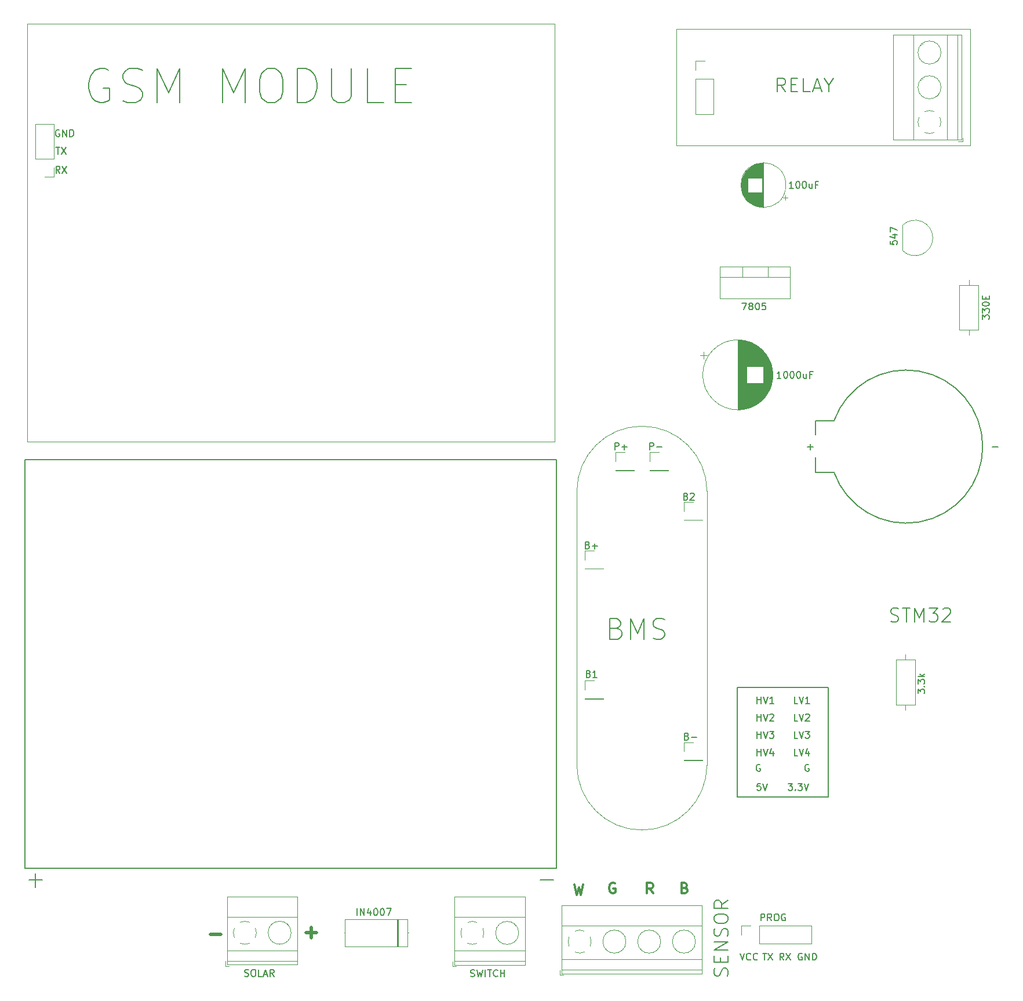
<source format=gbr>
G04 #@! TF.GenerationSoftware,KiCad,Pcbnew,(6.0.7)*
G04 #@! TF.CreationDate,2022-09-25T13:17:08+05:30*
G04 #@! TF.ProjectId,OstronElectronicsStack,4f737472-6f6e-4456-9c65-6374726f6e69,1.0*
G04 #@! TF.SameCoordinates,Original*
G04 #@! TF.FileFunction,Legend,Top*
G04 #@! TF.FilePolarity,Positive*
%FSLAX46Y46*%
G04 Gerber Fmt 4.6, Leading zero omitted, Abs format (unit mm)*
G04 Created by KiCad (PCBNEW (6.0.7)) date 2022-09-25 13:17:08*
%MOMM*%
%LPD*%
G01*
G04 APERTURE LIST*
%ADD10C,0.120000*%
%ADD11C,0.150000*%
%ADD12C,0.300000*%
%ADD13C,0.500000*%
%ADD14C,0.200000*%
%ADD15C,0.127000*%
G04 APERTURE END LIST*
D10*
X117010000Y-54060000D02*
X160010000Y-54060000D01*
X99260000Y-36310000D02*
X99260000Y-97310000D01*
X22260000Y-36310000D02*
X99260000Y-36310000D01*
X121510000Y-104560000D02*
G75*
G03*
X102510000Y-104560000I-9500000J0D01*
G01*
X121510000Y-107560000D02*
X121510000Y-144560000D01*
X117010000Y-37060000D02*
X160010000Y-37060000D01*
X121510000Y-107560000D02*
X121510000Y-104560000D01*
X22260000Y-97310000D02*
X99260000Y-97310000D01*
X160010000Y-37060000D02*
X160010000Y-54060000D01*
X102510000Y-144560000D02*
X102510000Y-104560000D01*
X102510000Y-144560000D02*
G75*
G03*
X121510000Y-144560000I9500000J0D01*
G01*
X22260000Y-36310000D02*
X22260000Y-97310000D01*
X117010000Y-37060000D02*
X117010000Y-54060000D01*
D11*
X118451238Y-105320571D02*
X118594095Y-105368190D01*
X118641714Y-105415809D01*
X118689333Y-105511047D01*
X118689333Y-105653904D01*
X118641714Y-105749142D01*
X118594095Y-105796761D01*
X118498857Y-105844380D01*
X118117904Y-105844380D01*
X118117904Y-104844380D01*
X118451238Y-104844380D01*
X118546476Y-104892000D01*
X118594095Y-104939619D01*
X118641714Y-105034857D01*
X118641714Y-105130095D01*
X118594095Y-105225333D01*
X118546476Y-105272952D01*
X118451238Y-105320571D01*
X118117904Y-105320571D01*
X119070285Y-104939619D02*
X119117904Y-104892000D01*
X119213142Y-104844380D01*
X119451238Y-104844380D01*
X119546476Y-104892000D01*
X119594095Y-104939619D01*
X119641714Y-105034857D01*
X119641714Y-105130095D01*
X119594095Y-105272952D01*
X119022666Y-105844380D01*
X119641714Y-105844380D01*
X26908095Y-51806000D02*
X26812857Y-51758380D01*
X26670000Y-51758380D01*
X26527142Y-51806000D01*
X26431904Y-51901238D01*
X26384285Y-51996476D01*
X26336666Y-52186952D01*
X26336666Y-52329809D01*
X26384285Y-52520285D01*
X26431904Y-52615523D01*
X26527142Y-52710761D01*
X26670000Y-52758380D01*
X26765238Y-52758380D01*
X26908095Y-52710761D01*
X26955714Y-52663142D01*
X26955714Y-52329809D01*
X26765238Y-52329809D01*
X27384285Y-52758380D02*
X27384285Y-51758380D01*
X27955714Y-52758380D01*
X27955714Y-51758380D01*
X28431904Y-52758380D02*
X28431904Y-51758380D01*
X28670000Y-51758380D01*
X28812857Y-51806000D01*
X28908095Y-51901238D01*
X28955714Y-51996476D01*
X29003333Y-52186952D01*
X29003333Y-52329809D01*
X28955714Y-52520285D01*
X28908095Y-52615523D01*
X28812857Y-52710761D01*
X28670000Y-52758380D01*
X28431904Y-52758380D01*
X104227238Y-131228571D02*
X104370095Y-131276190D01*
X104417714Y-131323809D01*
X104465333Y-131419047D01*
X104465333Y-131561904D01*
X104417714Y-131657142D01*
X104370095Y-131704761D01*
X104274857Y-131752380D01*
X103893904Y-131752380D01*
X103893904Y-130752380D01*
X104227238Y-130752380D01*
X104322476Y-130800000D01*
X104370095Y-130847619D01*
X104417714Y-130942857D01*
X104417714Y-131038095D01*
X104370095Y-131133333D01*
X104322476Y-131180952D01*
X104227238Y-131228571D01*
X103893904Y-131228571D01*
X105417714Y-131752380D02*
X104846285Y-131752380D01*
X105132000Y-131752380D02*
X105132000Y-130752380D01*
X105036761Y-130895238D01*
X104941523Y-130990476D01*
X104846285Y-131038095D01*
D12*
X102157142Y-162028571D02*
X102514285Y-163528571D01*
X102800000Y-162457142D01*
X103085714Y-163528571D01*
X103442857Y-162028571D01*
D13*
X62976095Y-169034857D02*
X64499904Y-169034857D01*
X63738000Y-169796761D02*
X63738000Y-168272952D01*
D11*
X129374285Y-167302380D02*
X129374285Y-166302380D01*
X129755238Y-166302380D01*
X129850476Y-166350000D01*
X129898095Y-166397619D01*
X129945714Y-166492857D01*
X129945714Y-166635714D01*
X129898095Y-166730952D01*
X129850476Y-166778571D01*
X129755238Y-166826190D01*
X129374285Y-166826190D01*
X130945714Y-167302380D02*
X130612380Y-166826190D01*
X130374285Y-167302380D02*
X130374285Y-166302380D01*
X130755238Y-166302380D01*
X130850476Y-166350000D01*
X130898095Y-166397619D01*
X130945714Y-166492857D01*
X130945714Y-166635714D01*
X130898095Y-166730952D01*
X130850476Y-166778571D01*
X130755238Y-166826190D01*
X130374285Y-166826190D01*
X131564761Y-166302380D02*
X131755238Y-166302380D01*
X131850476Y-166350000D01*
X131945714Y-166445238D01*
X131993333Y-166635714D01*
X131993333Y-166969047D01*
X131945714Y-167159523D01*
X131850476Y-167254761D01*
X131755238Y-167302380D01*
X131564761Y-167302380D01*
X131469523Y-167254761D01*
X131374285Y-167159523D01*
X131326666Y-166969047D01*
X131326666Y-166635714D01*
X131374285Y-166445238D01*
X131469523Y-166350000D01*
X131564761Y-166302380D01*
X132945714Y-166350000D02*
X132850476Y-166302380D01*
X132707619Y-166302380D01*
X132564761Y-166350000D01*
X132469523Y-166445238D01*
X132421904Y-166540476D01*
X132374285Y-166730952D01*
X132374285Y-166873809D01*
X132421904Y-167064285D01*
X132469523Y-167159523D01*
X132564761Y-167254761D01*
X132707619Y-167302380D01*
X132802857Y-167302380D01*
X132945714Y-167254761D01*
X132993333Y-167207142D01*
X132993333Y-166873809D01*
X132802857Y-166873809D01*
X104084380Y-112432571D02*
X104227238Y-112480190D01*
X104274857Y-112527809D01*
X104322476Y-112623047D01*
X104322476Y-112765904D01*
X104274857Y-112861142D01*
X104227238Y-112908761D01*
X104132000Y-112956380D01*
X103751047Y-112956380D01*
X103751047Y-111956380D01*
X104084380Y-111956380D01*
X104179619Y-112004000D01*
X104227238Y-112051619D01*
X104274857Y-112146857D01*
X104274857Y-112242095D01*
X104227238Y-112337333D01*
X104179619Y-112384952D01*
X104084380Y-112432571D01*
X103751047Y-112432571D01*
X104751047Y-112575428D02*
X105512952Y-112575428D01*
X105132000Y-112956380D02*
X105132000Y-112194476D01*
X34045714Y-43060000D02*
X33569523Y-42821904D01*
X32855238Y-42821904D01*
X32140952Y-43060000D01*
X31664761Y-43536190D01*
X31426666Y-44012380D01*
X31188571Y-44964761D01*
X31188571Y-45679047D01*
X31426666Y-46631428D01*
X31664761Y-47107619D01*
X32140952Y-47583809D01*
X32855238Y-47821904D01*
X33331428Y-47821904D01*
X34045714Y-47583809D01*
X34283809Y-47345714D01*
X34283809Y-45679047D01*
X33331428Y-45679047D01*
X36188571Y-47583809D02*
X36902857Y-47821904D01*
X38093333Y-47821904D01*
X38569523Y-47583809D01*
X38807619Y-47345714D01*
X39045714Y-46869523D01*
X39045714Y-46393333D01*
X38807619Y-45917142D01*
X38569523Y-45679047D01*
X38093333Y-45440952D01*
X37140952Y-45202857D01*
X36664761Y-44964761D01*
X36426666Y-44726666D01*
X36188571Y-44250476D01*
X36188571Y-43774285D01*
X36426666Y-43298095D01*
X36664761Y-43060000D01*
X37140952Y-42821904D01*
X38331428Y-42821904D01*
X39045714Y-43060000D01*
X41188571Y-47821904D02*
X41188571Y-42821904D01*
X42855238Y-46393333D01*
X44521904Y-42821904D01*
X44521904Y-47821904D01*
X50712380Y-47821904D02*
X50712380Y-42821904D01*
X52379047Y-46393333D01*
X54045714Y-42821904D01*
X54045714Y-47821904D01*
X57379047Y-42821904D02*
X58331428Y-42821904D01*
X58807619Y-43060000D01*
X59283809Y-43536190D01*
X59521904Y-44488571D01*
X59521904Y-46155238D01*
X59283809Y-47107619D01*
X58807619Y-47583809D01*
X58331428Y-47821904D01*
X57379047Y-47821904D01*
X56902857Y-47583809D01*
X56426666Y-47107619D01*
X56188571Y-46155238D01*
X56188571Y-44488571D01*
X56426666Y-43536190D01*
X56902857Y-43060000D01*
X57379047Y-42821904D01*
X61664761Y-47821904D02*
X61664761Y-42821904D01*
X62855238Y-42821904D01*
X63569523Y-43060000D01*
X64045714Y-43536190D01*
X64283809Y-44012380D01*
X64521904Y-44964761D01*
X64521904Y-45679047D01*
X64283809Y-46631428D01*
X64045714Y-47107619D01*
X63569523Y-47583809D01*
X62855238Y-47821904D01*
X61664761Y-47821904D01*
X66664761Y-42821904D02*
X66664761Y-46869523D01*
X66902857Y-47345714D01*
X67140952Y-47583809D01*
X67617142Y-47821904D01*
X68569523Y-47821904D01*
X69045714Y-47583809D01*
X69283809Y-47345714D01*
X69521904Y-46869523D01*
X69521904Y-42821904D01*
X74283809Y-47821904D02*
X71902857Y-47821904D01*
X71902857Y-42821904D01*
X75950476Y-45202857D02*
X77617142Y-45202857D01*
X78331428Y-47821904D02*
X75950476Y-47821904D01*
X75950476Y-42821904D01*
X78331428Y-42821904D01*
X148280380Y-68006285D02*
X148280380Y-68482476D01*
X148756571Y-68530095D01*
X148708952Y-68482476D01*
X148661333Y-68387238D01*
X148661333Y-68149142D01*
X148708952Y-68053904D01*
X148756571Y-68006285D01*
X148851809Y-67958666D01*
X149089904Y-67958666D01*
X149185142Y-68006285D01*
X149232761Y-68053904D01*
X149280380Y-68149142D01*
X149280380Y-68387238D01*
X149232761Y-68482476D01*
X149185142Y-68530095D01*
X148613714Y-67101523D02*
X149280380Y-67101523D01*
X148232761Y-67339619D02*
X148947047Y-67577714D01*
X148947047Y-66958666D01*
X148280380Y-66672952D02*
X148280380Y-66006285D01*
X149280380Y-66434857D01*
X126326666Y-172052380D02*
X126660000Y-173052380D01*
X126993333Y-172052380D01*
X127898095Y-172957142D02*
X127850476Y-173004761D01*
X127707619Y-173052380D01*
X127612380Y-173052380D01*
X127469523Y-173004761D01*
X127374285Y-172909523D01*
X127326666Y-172814285D01*
X127279047Y-172623809D01*
X127279047Y-172480952D01*
X127326666Y-172290476D01*
X127374285Y-172195238D01*
X127469523Y-172100000D01*
X127612380Y-172052380D01*
X127707619Y-172052380D01*
X127850476Y-172100000D01*
X127898095Y-172147619D01*
X128898095Y-172957142D02*
X128850476Y-173004761D01*
X128707619Y-173052380D01*
X128612380Y-173052380D01*
X128469523Y-173004761D01*
X128374285Y-172909523D01*
X128326666Y-172814285D01*
X128279047Y-172623809D01*
X128279047Y-172480952D01*
X128326666Y-172290476D01*
X128374285Y-172195238D01*
X128469523Y-172100000D01*
X128612380Y-172052380D01*
X128707619Y-172052380D01*
X128850476Y-172100000D01*
X128898095Y-172147619D01*
X108069047Y-98478380D02*
X108069047Y-97478380D01*
X108450000Y-97478380D01*
X108545238Y-97526000D01*
X108592857Y-97573619D01*
X108640476Y-97668857D01*
X108640476Y-97811714D01*
X108592857Y-97906952D01*
X108545238Y-97954571D01*
X108450000Y-98002190D01*
X108069047Y-98002190D01*
X109069047Y-98097428D02*
X109830952Y-98097428D01*
X109450000Y-98478380D02*
X109450000Y-97716476D01*
X134770761Y-143182380D02*
X134294571Y-143182380D01*
X134294571Y-142182380D01*
X134961238Y-142182380D02*
X135294571Y-143182380D01*
X135627904Y-142182380D01*
X136389809Y-142515714D02*
X136389809Y-143182380D01*
X136151714Y-142134761D02*
X135913619Y-142849047D01*
X136532666Y-142849047D01*
D13*
X49006095Y-169288857D02*
X50529904Y-169288857D01*
D11*
X134770761Y-138102380D02*
X134294571Y-138102380D01*
X134294571Y-137102380D01*
X134961238Y-137102380D02*
X135294571Y-138102380D01*
X135627904Y-137102380D01*
X135913619Y-137197619D02*
X135961238Y-137150000D01*
X136056476Y-137102380D01*
X136294571Y-137102380D01*
X136389809Y-137150000D01*
X136437428Y-137197619D01*
X136485047Y-137292857D01*
X136485047Y-137388095D01*
X136437428Y-137530952D01*
X135866000Y-138102380D01*
X136485047Y-138102380D01*
D12*
X118267142Y-162492857D02*
X118481428Y-162564285D01*
X118552857Y-162635714D01*
X118624285Y-162778571D01*
X118624285Y-162992857D01*
X118552857Y-163135714D01*
X118481428Y-163207142D01*
X118338571Y-163278571D01*
X117767142Y-163278571D01*
X117767142Y-161778571D01*
X118267142Y-161778571D01*
X118410000Y-161850000D01*
X118481428Y-161921428D01*
X118552857Y-162064285D01*
X118552857Y-162207142D01*
X118481428Y-162350000D01*
X118410000Y-162421428D01*
X118267142Y-162492857D01*
X117767142Y-162492857D01*
D11*
X132326190Y-88064380D02*
X131754761Y-88064380D01*
X132040476Y-88064380D02*
X132040476Y-87064380D01*
X131945238Y-87207238D01*
X131850000Y-87302476D01*
X131754761Y-87350095D01*
X132945238Y-87064380D02*
X133040476Y-87064380D01*
X133135714Y-87112000D01*
X133183333Y-87159619D01*
X133230952Y-87254857D01*
X133278571Y-87445333D01*
X133278571Y-87683428D01*
X133230952Y-87873904D01*
X133183333Y-87969142D01*
X133135714Y-88016761D01*
X133040476Y-88064380D01*
X132945238Y-88064380D01*
X132850000Y-88016761D01*
X132802380Y-87969142D01*
X132754761Y-87873904D01*
X132707142Y-87683428D01*
X132707142Y-87445333D01*
X132754761Y-87254857D01*
X132802380Y-87159619D01*
X132850000Y-87112000D01*
X132945238Y-87064380D01*
X133897619Y-87064380D02*
X133992857Y-87064380D01*
X134088095Y-87112000D01*
X134135714Y-87159619D01*
X134183333Y-87254857D01*
X134230952Y-87445333D01*
X134230952Y-87683428D01*
X134183333Y-87873904D01*
X134135714Y-87969142D01*
X134088095Y-88016761D01*
X133992857Y-88064380D01*
X133897619Y-88064380D01*
X133802380Y-88016761D01*
X133754761Y-87969142D01*
X133707142Y-87873904D01*
X133659523Y-87683428D01*
X133659523Y-87445333D01*
X133707142Y-87254857D01*
X133754761Y-87159619D01*
X133802380Y-87112000D01*
X133897619Y-87064380D01*
X134850000Y-87064380D02*
X134945238Y-87064380D01*
X135040476Y-87112000D01*
X135088095Y-87159619D01*
X135135714Y-87254857D01*
X135183333Y-87445333D01*
X135183333Y-87683428D01*
X135135714Y-87873904D01*
X135088095Y-87969142D01*
X135040476Y-88016761D01*
X134945238Y-88064380D01*
X134850000Y-88064380D01*
X134754761Y-88016761D01*
X134707142Y-87969142D01*
X134659523Y-87873904D01*
X134611904Y-87683428D01*
X134611904Y-87445333D01*
X134659523Y-87254857D01*
X134707142Y-87159619D01*
X134754761Y-87112000D01*
X134850000Y-87064380D01*
X136040476Y-87397714D02*
X136040476Y-88064380D01*
X135611904Y-87397714D02*
X135611904Y-87921523D01*
X135659523Y-88016761D01*
X135754761Y-88064380D01*
X135897619Y-88064380D01*
X135992857Y-88016761D01*
X136040476Y-87969142D01*
X136850000Y-87540571D02*
X136516666Y-87540571D01*
X136516666Y-88064380D02*
X136516666Y-87064380D01*
X136992857Y-87064380D01*
X135398095Y-172100000D02*
X135302857Y-172052380D01*
X135160000Y-172052380D01*
X135017142Y-172100000D01*
X134921904Y-172195238D01*
X134874285Y-172290476D01*
X134826666Y-172480952D01*
X134826666Y-172623809D01*
X134874285Y-172814285D01*
X134921904Y-172909523D01*
X135017142Y-173004761D01*
X135160000Y-173052380D01*
X135255238Y-173052380D01*
X135398095Y-173004761D01*
X135445714Y-172957142D01*
X135445714Y-172623809D01*
X135255238Y-172623809D01*
X135874285Y-173052380D02*
X135874285Y-172052380D01*
X136445714Y-173052380D01*
X136445714Y-172052380D01*
X136921904Y-173052380D02*
X136921904Y-172052380D01*
X137160000Y-172052380D01*
X137302857Y-172100000D01*
X137398095Y-172195238D01*
X137445714Y-172290476D01*
X137493333Y-172480952D01*
X137493333Y-172623809D01*
X137445714Y-172814285D01*
X137398095Y-172909523D01*
X137302857Y-173004761D01*
X137160000Y-173052380D01*
X136921904Y-173052380D01*
X148339047Y-123549523D02*
X148624761Y-123644761D01*
X149100952Y-123644761D01*
X149291428Y-123549523D01*
X149386666Y-123454285D01*
X149481904Y-123263809D01*
X149481904Y-123073333D01*
X149386666Y-122882857D01*
X149291428Y-122787619D01*
X149100952Y-122692380D01*
X148720000Y-122597142D01*
X148529523Y-122501904D01*
X148434285Y-122406666D01*
X148339047Y-122216190D01*
X148339047Y-122025714D01*
X148434285Y-121835238D01*
X148529523Y-121740000D01*
X148720000Y-121644761D01*
X149196190Y-121644761D01*
X149481904Y-121740000D01*
X150053333Y-121644761D02*
X151196190Y-121644761D01*
X150624761Y-123644761D02*
X150624761Y-121644761D01*
X151862857Y-123644761D02*
X151862857Y-121644761D01*
X152529523Y-123073333D01*
X153196190Y-121644761D01*
X153196190Y-123644761D01*
X153958095Y-121644761D02*
X155196190Y-121644761D01*
X154529523Y-122406666D01*
X154815238Y-122406666D01*
X155005714Y-122501904D01*
X155100952Y-122597142D01*
X155196190Y-122787619D01*
X155196190Y-123263809D01*
X155100952Y-123454285D01*
X155005714Y-123549523D01*
X154815238Y-123644761D01*
X154243809Y-123644761D01*
X154053333Y-123549523D01*
X153958095Y-123454285D01*
X155958095Y-121835238D02*
X156053333Y-121740000D01*
X156243809Y-121644761D01*
X156720000Y-121644761D01*
X156910476Y-121740000D01*
X157005714Y-121835238D01*
X157100952Y-122025714D01*
X157100952Y-122216190D01*
X157005714Y-122501904D01*
X155862857Y-123644761D01*
X157100952Y-123644761D01*
X134112380Y-60302380D02*
X133540952Y-60302380D01*
X133826666Y-60302380D02*
X133826666Y-59302380D01*
X133731428Y-59445238D01*
X133636190Y-59540476D01*
X133540952Y-59588095D01*
X134731428Y-59302380D02*
X134826666Y-59302380D01*
X134921904Y-59350000D01*
X134969523Y-59397619D01*
X135017142Y-59492857D01*
X135064761Y-59683333D01*
X135064761Y-59921428D01*
X135017142Y-60111904D01*
X134969523Y-60207142D01*
X134921904Y-60254761D01*
X134826666Y-60302380D01*
X134731428Y-60302380D01*
X134636190Y-60254761D01*
X134588571Y-60207142D01*
X134540952Y-60111904D01*
X134493333Y-59921428D01*
X134493333Y-59683333D01*
X134540952Y-59492857D01*
X134588571Y-59397619D01*
X134636190Y-59350000D01*
X134731428Y-59302380D01*
X135683809Y-59302380D02*
X135779047Y-59302380D01*
X135874285Y-59350000D01*
X135921904Y-59397619D01*
X135969523Y-59492857D01*
X136017142Y-59683333D01*
X136017142Y-59921428D01*
X135969523Y-60111904D01*
X135921904Y-60207142D01*
X135874285Y-60254761D01*
X135779047Y-60302380D01*
X135683809Y-60302380D01*
X135588571Y-60254761D01*
X135540952Y-60207142D01*
X135493333Y-60111904D01*
X135445714Y-59921428D01*
X135445714Y-59683333D01*
X135493333Y-59492857D01*
X135540952Y-59397619D01*
X135588571Y-59350000D01*
X135683809Y-59302380D01*
X136874285Y-59635714D02*
X136874285Y-60302380D01*
X136445714Y-59635714D02*
X136445714Y-60159523D01*
X136493333Y-60254761D01*
X136588571Y-60302380D01*
X136731428Y-60302380D01*
X136826666Y-60254761D01*
X136874285Y-60207142D01*
X137683809Y-59778571D02*
X137350476Y-59778571D01*
X137350476Y-60302380D02*
X137350476Y-59302380D01*
X137826666Y-59302380D01*
X113149047Y-98478380D02*
X113149047Y-97478380D01*
X113530000Y-97478380D01*
X113625238Y-97526000D01*
X113672857Y-97573619D01*
X113720476Y-97668857D01*
X113720476Y-97811714D01*
X113672857Y-97906952D01*
X113625238Y-97954571D01*
X113530000Y-98002190D01*
X113149047Y-98002190D01*
X114149047Y-98097428D02*
X114910952Y-98097428D01*
X128841523Y-135562380D02*
X128841523Y-134562380D01*
X128841523Y-135038571D02*
X129412952Y-135038571D01*
X129412952Y-135562380D02*
X129412952Y-134562380D01*
X129746285Y-134562380D02*
X130079619Y-135562380D01*
X130412952Y-134562380D01*
X131270095Y-135562380D02*
X130698666Y-135562380D01*
X130984380Y-135562380D02*
X130984380Y-134562380D01*
X130889142Y-134705238D01*
X130793904Y-134800476D01*
X130698666Y-134848095D01*
X134770761Y-135562380D02*
X134294571Y-135562380D01*
X134294571Y-134562380D01*
X134961238Y-134562380D02*
X135294571Y-135562380D01*
X135627904Y-134562380D01*
X136485047Y-135562380D02*
X135913619Y-135562380D01*
X136199333Y-135562380D02*
X136199333Y-134562380D01*
X136104095Y-134705238D01*
X136008857Y-134800476D01*
X135913619Y-134848095D01*
X26400095Y-54298380D02*
X26971523Y-54298380D01*
X26685809Y-55298380D02*
X26685809Y-54298380D01*
X27209619Y-54298380D02*
X27876285Y-55298380D01*
X27876285Y-54298380D02*
X27209619Y-55298380D01*
X129333523Y-147262380D02*
X128857333Y-147262380D01*
X128809714Y-147738571D01*
X128857333Y-147690952D01*
X128952571Y-147643333D01*
X129190666Y-147643333D01*
X129285904Y-147690952D01*
X129333523Y-147738571D01*
X129381142Y-147833809D01*
X129381142Y-148071904D01*
X129333523Y-148167142D01*
X129285904Y-148214761D01*
X129190666Y-148262380D01*
X128952571Y-148262380D01*
X128857333Y-148214761D01*
X128809714Y-148167142D01*
X129666857Y-147262380D02*
X130000190Y-148262380D01*
X130333523Y-147262380D01*
X132743333Y-173052380D02*
X132410000Y-172576190D01*
X132171904Y-173052380D02*
X132171904Y-172052380D01*
X132552857Y-172052380D01*
X132648095Y-172100000D01*
X132695714Y-172147619D01*
X132743333Y-172242857D01*
X132743333Y-172385714D01*
X132695714Y-172480952D01*
X132648095Y-172528571D01*
X132552857Y-172576190D01*
X132171904Y-172576190D01*
X133076666Y-172052380D02*
X133743333Y-173052380D01*
X133743333Y-172052380D02*
X133076666Y-173052380D01*
X86980000Y-175424761D02*
X87122857Y-175472380D01*
X87360952Y-175472380D01*
X87456190Y-175424761D01*
X87503809Y-175377142D01*
X87551428Y-175281904D01*
X87551428Y-175186666D01*
X87503809Y-175091428D01*
X87456190Y-175043809D01*
X87360952Y-174996190D01*
X87170476Y-174948571D01*
X87075238Y-174900952D01*
X87027619Y-174853333D01*
X86980000Y-174758095D01*
X86980000Y-174662857D01*
X87027619Y-174567619D01*
X87075238Y-174520000D01*
X87170476Y-174472380D01*
X87408571Y-174472380D01*
X87551428Y-174520000D01*
X87884761Y-174472380D02*
X88122857Y-175472380D01*
X88313333Y-174758095D01*
X88503809Y-175472380D01*
X88741904Y-174472380D01*
X89122857Y-175472380D02*
X89122857Y-174472380D01*
X89456190Y-174472380D02*
X90027619Y-174472380D01*
X89741904Y-175472380D02*
X89741904Y-174472380D01*
X90932380Y-175377142D02*
X90884761Y-175424761D01*
X90741904Y-175472380D01*
X90646666Y-175472380D01*
X90503809Y-175424761D01*
X90408571Y-175329523D01*
X90360952Y-175234285D01*
X90313333Y-175043809D01*
X90313333Y-174900952D01*
X90360952Y-174710476D01*
X90408571Y-174615238D01*
X90503809Y-174520000D01*
X90646666Y-174472380D01*
X90741904Y-174472380D01*
X90884761Y-174520000D01*
X90932380Y-174567619D01*
X91360952Y-175472380D02*
X91360952Y-174472380D01*
X91360952Y-174948571D02*
X91932380Y-174948571D01*
X91932380Y-175472380D02*
X91932380Y-174472380D01*
X70401428Y-166512380D02*
X70401428Y-165512380D01*
X70877619Y-166512380D02*
X70877619Y-165512380D01*
X71449047Y-166512380D01*
X71449047Y-165512380D01*
X72353809Y-165845714D02*
X72353809Y-166512380D01*
X72115714Y-165464761D02*
X71877619Y-166179047D01*
X72496666Y-166179047D01*
X73068095Y-165512380D02*
X73163333Y-165512380D01*
X73258571Y-165560000D01*
X73306190Y-165607619D01*
X73353809Y-165702857D01*
X73401428Y-165893333D01*
X73401428Y-166131428D01*
X73353809Y-166321904D01*
X73306190Y-166417142D01*
X73258571Y-166464761D01*
X73163333Y-166512380D01*
X73068095Y-166512380D01*
X72972857Y-166464761D01*
X72925238Y-166417142D01*
X72877619Y-166321904D01*
X72830000Y-166131428D01*
X72830000Y-165893333D01*
X72877619Y-165702857D01*
X72925238Y-165607619D01*
X72972857Y-165560000D01*
X73068095Y-165512380D01*
X74020476Y-165512380D02*
X74115714Y-165512380D01*
X74210952Y-165560000D01*
X74258571Y-165607619D01*
X74306190Y-165702857D01*
X74353809Y-165893333D01*
X74353809Y-166131428D01*
X74306190Y-166321904D01*
X74258571Y-166417142D01*
X74210952Y-166464761D01*
X74115714Y-166512380D01*
X74020476Y-166512380D01*
X73925238Y-166464761D01*
X73877619Y-166417142D01*
X73830000Y-166321904D01*
X73782380Y-166131428D01*
X73782380Y-165893333D01*
X73830000Y-165702857D01*
X73877619Y-165607619D01*
X73925238Y-165560000D01*
X74020476Y-165512380D01*
X74687142Y-165512380D02*
X75353809Y-165512380D01*
X74925238Y-166512380D01*
X136389904Y-144516000D02*
X136294666Y-144468380D01*
X136151809Y-144468380D01*
X136008952Y-144516000D01*
X135913714Y-144611238D01*
X135866095Y-144706476D01*
X135818476Y-144896952D01*
X135818476Y-145039809D01*
X135866095Y-145230285D01*
X135913714Y-145325523D01*
X136008952Y-145420761D01*
X136151809Y-145468380D01*
X136247047Y-145468380D01*
X136389904Y-145420761D01*
X136437523Y-145373142D01*
X136437523Y-145039809D01*
X136247047Y-145039809D01*
X152312380Y-134112380D02*
X152312380Y-133493333D01*
X152693333Y-133826666D01*
X152693333Y-133683809D01*
X152740952Y-133588571D01*
X152788571Y-133540952D01*
X152883809Y-133493333D01*
X153121904Y-133493333D01*
X153217142Y-133540952D01*
X153264761Y-133588571D01*
X153312380Y-133683809D01*
X153312380Y-133969523D01*
X153264761Y-134064761D01*
X153217142Y-134112380D01*
X153217142Y-133064761D02*
X153264761Y-133017142D01*
X153312380Y-133064761D01*
X153264761Y-133112380D01*
X153217142Y-133064761D01*
X153312380Y-133064761D01*
X152312380Y-132683809D02*
X152312380Y-132064761D01*
X152693333Y-132398095D01*
X152693333Y-132255238D01*
X152740952Y-132160000D01*
X152788571Y-132112380D01*
X152883809Y-132064761D01*
X153121904Y-132064761D01*
X153217142Y-132112380D01*
X153264761Y-132160000D01*
X153312380Y-132255238D01*
X153312380Y-132540952D01*
X153264761Y-132636190D01*
X153217142Y-132683809D01*
X153312380Y-131636190D02*
X152312380Y-131636190D01*
X152931428Y-131540952D02*
X153312380Y-131255238D01*
X152645714Y-131255238D02*
X153026666Y-131636190D01*
X129648095Y-172052380D02*
X130219523Y-172052380D01*
X129933809Y-173052380D02*
X129933809Y-172052380D01*
X130457619Y-172052380D02*
X131124285Y-173052380D01*
X131124285Y-172052380D02*
X130457619Y-173052380D01*
X53975142Y-175392761D02*
X54118000Y-175440380D01*
X54356095Y-175440380D01*
X54451333Y-175392761D01*
X54498952Y-175345142D01*
X54546571Y-175249904D01*
X54546571Y-175154666D01*
X54498952Y-175059428D01*
X54451333Y-175011809D01*
X54356095Y-174964190D01*
X54165619Y-174916571D01*
X54070380Y-174868952D01*
X54022761Y-174821333D01*
X53975142Y-174726095D01*
X53975142Y-174630857D01*
X54022761Y-174535619D01*
X54070380Y-174488000D01*
X54165619Y-174440380D01*
X54403714Y-174440380D01*
X54546571Y-174488000D01*
X55165619Y-174440380D02*
X55356095Y-174440380D01*
X55451333Y-174488000D01*
X55546571Y-174583238D01*
X55594190Y-174773714D01*
X55594190Y-175107047D01*
X55546571Y-175297523D01*
X55451333Y-175392761D01*
X55356095Y-175440380D01*
X55165619Y-175440380D01*
X55070380Y-175392761D01*
X54975142Y-175297523D01*
X54927523Y-175107047D01*
X54927523Y-174773714D01*
X54975142Y-174583238D01*
X55070380Y-174488000D01*
X55165619Y-174440380D01*
X56498952Y-175440380D02*
X56022761Y-175440380D01*
X56022761Y-174440380D01*
X56784666Y-175154666D02*
X57260857Y-175154666D01*
X56689428Y-175440380D02*
X57022761Y-174440380D01*
X57356095Y-175440380D01*
X58260857Y-175440380D02*
X57927523Y-174964190D01*
X57689428Y-175440380D02*
X57689428Y-174440380D01*
X58070380Y-174440380D01*
X58165619Y-174488000D01*
X58213238Y-174535619D01*
X58260857Y-174630857D01*
X58260857Y-174773714D01*
X58213238Y-174868952D01*
X58165619Y-174916571D01*
X58070380Y-174964190D01*
X57689428Y-174964190D01*
X128841523Y-138102380D02*
X128841523Y-137102380D01*
X128841523Y-137578571D02*
X129412952Y-137578571D01*
X129412952Y-138102380D02*
X129412952Y-137102380D01*
X129746285Y-137102380D02*
X130079619Y-138102380D01*
X130412952Y-137102380D01*
X130698666Y-137197619D02*
X130746285Y-137150000D01*
X130841523Y-137102380D01*
X131079619Y-137102380D01*
X131174857Y-137150000D01*
X131222476Y-137197619D01*
X131270095Y-137292857D01*
X131270095Y-137388095D01*
X131222476Y-137530952D01*
X130651047Y-138102380D01*
X131270095Y-138102380D01*
X133381809Y-147262380D02*
X134000857Y-147262380D01*
X133667523Y-147643333D01*
X133810380Y-147643333D01*
X133905619Y-147690952D01*
X133953238Y-147738571D01*
X134000857Y-147833809D01*
X134000857Y-148071904D01*
X133953238Y-148167142D01*
X133905619Y-148214761D01*
X133810380Y-148262380D01*
X133524666Y-148262380D01*
X133429428Y-148214761D01*
X133381809Y-148167142D01*
X134429428Y-148167142D02*
X134477047Y-148214761D01*
X134429428Y-148262380D01*
X134381809Y-148214761D01*
X134429428Y-148167142D01*
X134429428Y-148262380D01*
X134810380Y-147262380D02*
X135429428Y-147262380D01*
X135096095Y-147643333D01*
X135238952Y-147643333D01*
X135334190Y-147690952D01*
X135381809Y-147738571D01*
X135429428Y-147833809D01*
X135429428Y-148071904D01*
X135381809Y-148167142D01*
X135334190Y-148214761D01*
X135238952Y-148262380D01*
X134953238Y-148262380D01*
X134858000Y-148214761D01*
X134810380Y-148167142D01*
X135715142Y-147262380D02*
X136048476Y-148262380D01*
X136381809Y-147262380D01*
D14*
X124469523Y-175373809D02*
X124564761Y-175088095D01*
X124564761Y-174611904D01*
X124469523Y-174421428D01*
X124374285Y-174326190D01*
X124183809Y-174230952D01*
X123993333Y-174230952D01*
X123802857Y-174326190D01*
X123707619Y-174421428D01*
X123612380Y-174611904D01*
X123517142Y-174992857D01*
X123421904Y-175183333D01*
X123326666Y-175278571D01*
X123136190Y-175373809D01*
X122945714Y-175373809D01*
X122755238Y-175278571D01*
X122660000Y-175183333D01*
X122564761Y-174992857D01*
X122564761Y-174516666D01*
X122660000Y-174230952D01*
X123517142Y-173373809D02*
X123517142Y-172707142D01*
X124564761Y-172421428D02*
X124564761Y-173373809D01*
X122564761Y-173373809D01*
X122564761Y-172421428D01*
X124564761Y-171564285D02*
X122564761Y-171564285D01*
X124564761Y-170421428D01*
X122564761Y-170421428D01*
X124469523Y-169564285D02*
X124564761Y-169278571D01*
X124564761Y-168802380D01*
X124469523Y-168611904D01*
X124374285Y-168516666D01*
X124183809Y-168421428D01*
X123993333Y-168421428D01*
X123802857Y-168516666D01*
X123707619Y-168611904D01*
X123612380Y-168802380D01*
X123517142Y-169183333D01*
X123421904Y-169373809D01*
X123326666Y-169469047D01*
X123136190Y-169564285D01*
X122945714Y-169564285D01*
X122755238Y-169469047D01*
X122660000Y-169373809D01*
X122564761Y-169183333D01*
X122564761Y-168707142D01*
X122660000Y-168421428D01*
X122564761Y-167183333D02*
X122564761Y-166802380D01*
X122660000Y-166611904D01*
X122850476Y-166421428D01*
X123231428Y-166326190D01*
X123898095Y-166326190D01*
X124279047Y-166421428D01*
X124469523Y-166611904D01*
X124564761Y-166802380D01*
X124564761Y-167183333D01*
X124469523Y-167373809D01*
X124279047Y-167564285D01*
X123898095Y-167659523D01*
X123231428Y-167659523D01*
X122850476Y-167564285D01*
X122660000Y-167373809D01*
X122564761Y-167183333D01*
X124564761Y-164326190D02*
X123612380Y-164992857D01*
X124564761Y-165469047D02*
X122564761Y-165469047D01*
X122564761Y-164707142D01*
X122660000Y-164516666D01*
X122755238Y-164421428D01*
X122945714Y-164326190D01*
X123231428Y-164326190D01*
X123421904Y-164421428D01*
X123517142Y-164516666D01*
X123612380Y-164707142D01*
X123612380Y-165469047D01*
D11*
X26995333Y-58092380D02*
X26662000Y-57616190D01*
X26423904Y-58092380D02*
X26423904Y-57092380D01*
X26804857Y-57092380D01*
X26900095Y-57140000D01*
X26947714Y-57187619D01*
X26995333Y-57282857D01*
X26995333Y-57425714D01*
X26947714Y-57520952D01*
X26900095Y-57568571D01*
X26804857Y-57616190D01*
X26423904Y-57616190D01*
X27328666Y-57092380D02*
X27995333Y-58092380D01*
X27995333Y-57092380D02*
X27328666Y-58092380D01*
X129277904Y-144516000D02*
X129182666Y-144468380D01*
X129039809Y-144468380D01*
X128896952Y-144516000D01*
X128801714Y-144611238D01*
X128754095Y-144706476D01*
X128706476Y-144896952D01*
X128706476Y-145039809D01*
X128754095Y-145230285D01*
X128801714Y-145325523D01*
X128896952Y-145420761D01*
X129039809Y-145468380D01*
X129135047Y-145468380D01*
X129277904Y-145420761D01*
X129325523Y-145373142D01*
X129325523Y-145039809D01*
X129135047Y-145039809D01*
X118562380Y-140372571D02*
X118705238Y-140420190D01*
X118752857Y-140467809D01*
X118800476Y-140563047D01*
X118800476Y-140705904D01*
X118752857Y-140801142D01*
X118705238Y-140848761D01*
X118610000Y-140896380D01*
X118229047Y-140896380D01*
X118229047Y-139896380D01*
X118562380Y-139896380D01*
X118657619Y-139944000D01*
X118705238Y-139991619D01*
X118752857Y-140086857D01*
X118752857Y-140182095D01*
X118705238Y-140277333D01*
X118657619Y-140324952D01*
X118562380Y-140372571D01*
X118229047Y-140372571D01*
X119229047Y-140515428D02*
X119990952Y-140515428D01*
D12*
X108052857Y-161850000D02*
X107910000Y-161778571D01*
X107695714Y-161778571D01*
X107481428Y-161850000D01*
X107338571Y-161992857D01*
X107267142Y-162135714D01*
X107195714Y-162421428D01*
X107195714Y-162635714D01*
X107267142Y-162921428D01*
X107338571Y-163064285D01*
X107481428Y-163207142D01*
X107695714Y-163278571D01*
X107838571Y-163278571D01*
X108052857Y-163207142D01*
X108124285Y-163135714D01*
X108124285Y-162635714D01*
X107838571Y-162635714D01*
D11*
X134770761Y-140642380D02*
X134294571Y-140642380D01*
X134294571Y-139642380D01*
X134961238Y-139642380D02*
X135294571Y-140642380D01*
X135627904Y-139642380D01*
X135866000Y-139642380D02*
X136485047Y-139642380D01*
X136151714Y-140023333D01*
X136294571Y-140023333D01*
X136389809Y-140070952D01*
X136437428Y-140118571D01*
X136485047Y-140213809D01*
X136485047Y-140451904D01*
X136437428Y-140547142D01*
X136389809Y-140594761D01*
X136294571Y-140642380D01*
X136008857Y-140642380D01*
X135913619Y-140594761D01*
X135866000Y-140547142D01*
D12*
X113624285Y-163278571D02*
X113124285Y-162564285D01*
X112767142Y-163278571D02*
X112767142Y-161778571D01*
X113338571Y-161778571D01*
X113481428Y-161850000D01*
X113552857Y-161921428D01*
X113624285Y-162064285D01*
X113624285Y-162278571D01*
X113552857Y-162421428D01*
X113481428Y-162492857D01*
X113338571Y-162564285D01*
X112767142Y-162564285D01*
D11*
X126648095Y-77052380D02*
X127314761Y-77052380D01*
X126886190Y-78052380D01*
X127838571Y-77480952D02*
X127743333Y-77433333D01*
X127695714Y-77385714D01*
X127648095Y-77290476D01*
X127648095Y-77242857D01*
X127695714Y-77147619D01*
X127743333Y-77100000D01*
X127838571Y-77052380D01*
X128029047Y-77052380D01*
X128124285Y-77100000D01*
X128171904Y-77147619D01*
X128219523Y-77242857D01*
X128219523Y-77290476D01*
X128171904Y-77385714D01*
X128124285Y-77433333D01*
X128029047Y-77480952D01*
X127838571Y-77480952D01*
X127743333Y-77528571D01*
X127695714Y-77576190D01*
X127648095Y-77671428D01*
X127648095Y-77861904D01*
X127695714Y-77957142D01*
X127743333Y-78004761D01*
X127838571Y-78052380D01*
X128029047Y-78052380D01*
X128124285Y-78004761D01*
X128171904Y-77957142D01*
X128219523Y-77861904D01*
X128219523Y-77671428D01*
X128171904Y-77576190D01*
X128124285Y-77528571D01*
X128029047Y-77480952D01*
X128838571Y-77052380D02*
X128933809Y-77052380D01*
X129029047Y-77100000D01*
X129076666Y-77147619D01*
X129124285Y-77242857D01*
X129171904Y-77433333D01*
X129171904Y-77671428D01*
X129124285Y-77861904D01*
X129076666Y-77957142D01*
X129029047Y-78004761D01*
X128933809Y-78052380D01*
X128838571Y-78052380D01*
X128743333Y-78004761D01*
X128695714Y-77957142D01*
X128648095Y-77861904D01*
X128600476Y-77671428D01*
X128600476Y-77433333D01*
X128648095Y-77242857D01*
X128695714Y-77147619D01*
X128743333Y-77100000D01*
X128838571Y-77052380D01*
X130076666Y-77052380D02*
X129600476Y-77052380D01*
X129552857Y-77528571D01*
X129600476Y-77480952D01*
X129695714Y-77433333D01*
X129933809Y-77433333D01*
X130029047Y-77480952D01*
X130076666Y-77528571D01*
X130124285Y-77623809D01*
X130124285Y-77861904D01*
X130076666Y-77957142D01*
X130029047Y-78004761D01*
X129933809Y-78052380D01*
X129695714Y-78052380D01*
X129600476Y-78004761D01*
X129552857Y-77957142D01*
X132950476Y-46214761D02*
X132283809Y-45262380D01*
X131807619Y-46214761D02*
X131807619Y-44214761D01*
X132569523Y-44214761D01*
X132760000Y-44310000D01*
X132855238Y-44405238D01*
X132950476Y-44595714D01*
X132950476Y-44881428D01*
X132855238Y-45071904D01*
X132760000Y-45167142D01*
X132569523Y-45262380D01*
X131807619Y-45262380D01*
X133807619Y-45167142D02*
X134474285Y-45167142D01*
X134760000Y-46214761D02*
X133807619Y-46214761D01*
X133807619Y-44214761D01*
X134760000Y-44214761D01*
X136569523Y-46214761D02*
X135617142Y-46214761D01*
X135617142Y-44214761D01*
X137140952Y-45643333D02*
X138093333Y-45643333D01*
X136950476Y-46214761D02*
X137617142Y-44214761D01*
X138283809Y-46214761D01*
X139331428Y-45262380D02*
X139331428Y-46214761D01*
X138664761Y-44214761D02*
X139331428Y-45262380D01*
X139998095Y-44214761D01*
X128841523Y-140642380D02*
X128841523Y-139642380D01*
X128841523Y-140118571D02*
X129412952Y-140118571D01*
X129412952Y-140642380D02*
X129412952Y-139642380D01*
X129746285Y-139642380D02*
X130079619Y-140642380D01*
X130412952Y-139642380D01*
X130651047Y-139642380D02*
X131270095Y-139642380D01*
X130936761Y-140023333D01*
X131079619Y-140023333D01*
X131174857Y-140070952D01*
X131222476Y-140118571D01*
X131270095Y-140213809D01*
X131270095Y-140451904D01*
X131222476Y-140547142D01*
X131174857Y-140594761D01*
X131079619Y-140642380D01*
X130793904Y-140642380D01*
X130698666Y-140594761D01*
X130651047Y-140547142D01*
X161742380Y-79444095D02*
X161742380Y-78825047D01*
X162123333Y-79158380D01*
X162123333Y-79015523D01*
X162170952Y-78920285D01*
X162218571Y-78872666D01*
X162313809Y-78825047D01*
X162551904Y-78825047D01*
X162647142Y-78872666D01*
X162694761Y-78920285D01*
X162742380Y-79015523D01*
X162742380Y-79301238D01*
X162694761Y-79396476D01*
X162647142Y-79444095D01*
X161742380Y-78491714D02*
X161742380Y-77872666D01*
X162123333Y-78206000D01*
X162123333Y-78063142D01*
X162170952Y-77967904D01*
X162218571Y-77920285D01*
X162313809Y-77872666D01*
X162551904Y-77872666D01*
X162647142Y-77920285D01*
X162694761Y-77967904D01*
X162742380Y-78063142D01*
X162742380Y-78348857D01*
X162694761Y-78444095D01*
X162647142Y-78491714D01*
X161742380Y-77253619D02*
X161742380Y-77158380D01*
X161790000Y-77063142D01*
X161837619Y-77015523D01*
X161932857Y-76967904D01*
X162123333Y-76920285D01*
X162361428Y-76920285D01*
X162551904Y-76967904D01*
X162647142Y-77015523D01*
X162694761Y-77063142D01*
X162742380Y-77158380D01*
X162742380Y-77253619D01*
X162694761Y-77348857D01*
X162647142Y-77396476D01*
X162551904Y-77444095D01*
X162361428Y-77491714D01*
X162123333Y-77491714D01*
X161932857Y-77444095D01*
X161837619Y-77396476D01*
X161790000Y-77348857D01*
X161742380Y-77253619D01*
X162218571Y-76491714D02*
X162218571Y-76158380D01*
X162742380Y-76015523D02*
X162742380Y-76491714D01*
X161742380Y-76491714D01*
X161742380Y-76015523D01*
X128841523Y-143182380D02*
X128841523Y-142182380D01*
X128841523Y-142658571D02*
X129412952Y-142658571D01*
X129412952Y-143182380D02*
X129412952Y-142182380D01*
X129746285Y-142182380D02*
X130079619Y-143182380D01*
X130412952Y-142182380D01*
X131174857Y-142515714D02*
X131174857Y-143182380D01*
X130936761Y-142134761D02*
X130698666Y-142849047D01*
X131317714Y-142849047D01*
X108331428Y-124595714D02*
X108760000Y-124738571D01*
X108902857Y-124881428D01*
X109045714Y-125167142D01*
X109045714Y-125595714D01*
X108902857Y-125881428D01*
X108760000Y-126024285D01*
X108474285Y-126167142D01*
X107331428Y-126167142D01*
X107331428Y-123167142D01*
X108331428Y-123167142D01*
X108617142Y-123310000D01*
X108760000Y-123452857D01*
X108902857Y-123738571D01*
X108902857Y-124024285D01*
X108760000Y-124310000D01*
X108617142Y-124452857D01*
X108331428Y-124595714D01*
X107331428Y-124595714D01*
X110331428Y-126167142D02*
X110331428Y-123167142D01*
X111331428Y-125310000D01*
X112331428Y-123167142D01*
X112331428Y-126167142D01*
X113617142Y-126024285D02*
X114045714Y-126167142D01*
X114760000Y-126167142D01*
X115045714Y-126024285D01*
X115188571Y-125881428D01*
X115331428Y-125595714D01*
X115331428Y-125310000D01*
X115188571Y-125024285D01*
X115045714Y-124881428D01*
X114760000Y-124738571D01*
X114188571Y-124595714D01*
X113902857Y-124452857D01*
X113760000Y-124310000D01*
X113617142Y-124024285D01*
X113617142Y-123738571D01*
X113760000Y-123452857D01*
X113902857Y-123310000D01*
X114188571Y-123167142D01*
X114902857Y-123167142D01*
X115331428Y-123310000D01*
X136187333Y-98124000D02*
X137040666Y-98124000D01*
X136614000Y-98550666D02*
X136614000Y-97697333D01*
X163187333Y-98124000D02*
X164040666Y-98124000D01*
D15*
X99562000Y-99949000D02*
X99562000Y-159639000D01*
X21862000Y-99949000D02*
X99562000Y-99949000D01*
X21862000Y-159639000D02*
X21862000Y-99949000D01*
X99562000Y-159639000D02*
X21862000Y-159639000D01*
X22453500Y-161353500D02*
X24453500Y-161353500D01*
X23437500Y-160401000D02*
X23437500Y-162401000D01*
X97129500Y-161353500D02*
X99129500Y-161353500D01*
X137388000Y-101794000D02*
X140064000Y-101794000D01*
X137389000Y-94294000D02*
X137388000Y-96344000D01*
X137388000Y-99644000D02*
X137388000Y-101794000D01*
X140064000Y-94294000D02*
X137389000Y-94294000D01*
X140064000Y-101794000D02*
G75*
G03*
X140064000Y-94294000I10537043J3750000D01*
G01*
D10*
X128651000Y-83213000D02*
X128651000Y-86319000D01*
X127851000Y-88801000D02*
X127851000Y-92298000D01*
X129931000Y-84306000D02*
X129931000Y-90814000D01*
X127331000Y-82653000D02*
X127331000Y-86319000D01*
X127131000Y-82604000D02*
X127131000Y-92516000D01*
X128851000Y-88801000D02*
X128851000Y-91781000D01*
X130051000Y-84454000D02*
X130051000Y-90666000D01*
X128371000Y-83056000D02*
X128371000Y-86319000D01*
X127491000Y-82698000D02*
X127491000Y-86319000D01*
X129131000Y-83540000D02*
X129131000Y-86319000D01*
X130891000Y-86050000D02*
X130891000Y-89070000D01*
X128291000Y-88801000D02*
X128291000Y-92105000D01*
X130251000Y-84730000D02*
X130251000Y-90390000D01*
X127971000Y-82870000D02*
X127971000Y-86319000D01*
X126650000Y-82520000D02*
X126650000Y-92600000D01*
X127891000Y-82837000D02*
X127891000Y-86319000D01*
X127291000Y-82642000D02*
X127291000Y-86319000D01*
X129571000Y-88801000D02*
X129571000Y-91200000D01*
X129291000Y-88801000D02*
X129291000Y-91452000D01*
X127691000Y-82763000D02*
X127691000Y-86319000D01*
X129571000Y-83920000D02*
X129571000Y-86319000D01*
X129011000Y-88801000D02*
X129011000Y-91670000D01*
X130611000Y-85351000D02*
X130611000Y-89769000D01*
X126050000Y-82480000D02*
X126050000Y-92640000D01*
X128571000Y-83165000D02*
X128571000Y-86319000D01*
X127571000Y-88801000D02*
X127571000Y-92397000D01*
X127411000Y-88801000D02*
X127411000Y-92445000D01*
X127491000Y-88801000D02*
X127491000Y-92422000D01*
X130971000Y-86330000D02*
X130971000Y-88790000D01*
X130531000Y-85195000D02*
X130531000Y-89925000D01*
X128131000Y-82939000D02*
X128131000Y-86319000D01*
X128731000Y-88801000D02*
X128731000Y-91858000D01*
X129891000Y-84259000D02*
X129891000Y-90861000D01*
X129371000Y-83736000D02*
X129371000Y-86319000D01*
X127371000Y-88801000D02*
X127371000Y-92457000D01*
X127731000Y-88801000D02*
X127731000Y-92343000D01*
X131011000Y-86498000D02*
X131011000Y-88622000D01*
X127651000Y-88801000D02*
X127651000Y-92371000D01*
X127771000Y-88801000D02*
X127771000Y-92328000D01*
X128771000Y-83287000D02*
X128771000Y-86319000D01*
X129451000Y-88801000D02*
X129451000Y-91313000D01*
X130651000Y-85435000D02*
X130651000Y-89685000D01*
X128971000Y-83422000D02*
X128971000Y-86319000D01*
X130811000Y-85818000D02*
X130811000Y-89302000D01*
X126450000Y-82498000D02*
X126450000Y-92622000D01*
X129651000Y-88801000D02*
X129651000Y-91121000D01*
X131091000Y-86961000D02*
X131091000Y-88159000D01*
X128531000Y-83143000D02*
X128531000Y-86319000D01*
X129331000Y-88801000D02*
X129331000Y-91418000D01*
X129811000Y-84168000D02*
X129811000Y-90952000D01*
X126490000Y-82502000D02*
X126490000Y-92618000D01*
X126971000Y-82570000D02*
X126971000Y-92550000D01*
X129171000Y-88801000D02*
X129171000Y-91549000D01*
X128691000Y-88801000D02*
X128691000Y-91883000D01*
X128491000Y-83120000D02*
X128491000Y-86319000D01*
X128531000Y-88801000D02*
X128531000Y-91977000D01*
X128091000Y-88801000D02*
X128091000Y-92199000D01*
X126130000Y-82481000D02*
X126130000Y-92639000D01*
X128731000Y-83262000D02*
X128731000Y-86319000D01*
X127811000Y-82806000D02*
X127811000Y-86319000D01*
X126170000Y-82482000D02*
X126170000Y-92638000D01*
X129091000Y-88801000D02*
X129091000Y-91610000D01*
X130491000Y-85121000D02*
X130491000Y-89999000D01*
X126010000Y-82480000D02*
X126010000Y-92640000D01*
X129611000Y-83959000D02*
X129611000Y-86319000D01*
X130931000Y-86182000D02*
X130931000Y-88938000D01*
X130331000Y-84851000D02*
X130331000Y-90269000D01*
X129171000Y-83571000D02*
X129171000Y-86319000D01*
X128851000Y-83339000D02*
X128851000Y-86319000D01*
X126610000Y-82515000D02*
X126610000Y-92605000D01*
X127771000Y-82792000D02*
X127771000Y-86319000D01*
X128451000Y-88801000D02*
X128451000Y-92022000D01*
X129051000Y-83480000D02*
X129051000Y-86319000D01*
X129691000Y-84040000D02*
X129691000Y-86319000D01*
X126931000Y-82563000D02*
X126931000Y-92557000D01*
X127011000Y-82578000D02*
X127011000Y-92542000D01*
X128611000Y-83189000D02*
X128611000Y-86319000D01*
X130091000Y-84506000D02*
X130091000Y-90614000D01*
X128891000Y-88801000D02*
X128891000Y-91754000D01*
X129291000Y-83668000D02*
X129291000Y-86319000D01*
X127691000Y-88801000D02*
X127691000Y-92357000D01*
X129771000Y-84124000D02*
X129771000Y-90996000D01*
X128611000Y-88801000D02*
X128611000Y-91931000D01*
X127931000Y-82853000D02*
X127931000Y-86319000D01*
X130451000Y-85050000D02*
X130451000Y-90070000D01*
X127531000Y-88801000D02*
X127531000Y-92410000D01*
X128091000Y-82921000D02*
X128091000Y-86319000D01*
X128971000Y-88801000D02*
X128971000Y-91698000D01*
X128371000Y-88801000D02*
X128371000Y-92064000D01*
X126090000Y-82480000D02*
X126090000Y-92640000D01*
X128171000Y-88801000D02*
X128171000Y-92163000D01*
X129211000Y-83603000D02*
X129211000Y-86319000D01*
X126851000Y-82549000D02*
X126851000Y-92571000D01*
X128931000Y-88801000D02*
X128931000Y-91726000D01*
X127891000Y-88801000D02*
X127891000Y-92283000D01*
X127411000Y-82675000D02*
X127411000Y-86319000D01*
X121030354Y-84185000D02*
X121030354Y-85185000D01*
X127931000Y-88801000D02*
X127931000Y-92267000D01*
X130731000Y-85616000D02*
X130731000Y-89504000D01*
X128051000Y-88801000D02*
X128051000Y-92217000D01*
X130411000Y-84981000D02*
X130411000Y-90139000D01*
X128411000Y-88801000D02*
X128411000Y-92043000D01*
X129211000Y-88801000D02*
X129211000Y-91517000D01*
X130291000Y-84790000D02*
X130291000Y-90330000D01*
X128451000Y-83098000D02*
X128451000Y-86319000D01*
X127611000Y-82736000D02*
X127611000Y-86319000D01*
X127451000Y-88801000D02*
X127451000Y-92434000D01*
X130691000Y-85523000D02*
X130691000Y-89597000D01*
X128051000Y-82903000D02*
X128051000Y-86319000D01*
X129531000Y-88801000D02*
X129531000Y-91239000D01*
X126290000Y-82487000D02*
X126290000Y-92633000D01*
X129971000Y-84354000D02*
X129971000Y-90766000D01*
X126210000Y-82483000D02*
X126210000Y-92637000D01*
X127611000Y-88801000D02*
X127611000Y-92384000D01*
X126570000Y-82510000D02*
X126570000Y-92610000D01*
X126410000Y-82495000D02*
X126410000Y-92625000D01*
X130851000Y-85930000D02*
X130851000Y-89190000D01*
X129531000Y-83881000D02*
X129531000Y-86319000D01*
X128331000Y-83035000D02*
X128331000Y-86319000D01*
X128211000Y-82976000D02*
X128211000Y-86319000D01*
X126771000Y-82536000D02*
X126771000Y-92584000D01*
X129411000Y-88801000D02*
X129411000Y-91349000D01*
X129651000Y-83999000D02*
X129651000Y-86319000D01*
X131051000Y-86698000D02*
X131051000Y-88422000D01*
X126891000Y-82556000D02*
X126891000Y-92564000D01*
X129491000Y-83844000D02*
X129491000Y-86319000D01*
X127811000Y-88801000D02*
X127811000Y-92314000D01*
X126330000Y-82490000D02*
X126330000Y-92630000D01*
X128331000Y-88801000D02*
X128331000Y-92085000D01*
X128251000Y-88801000D02*
X128251000Y-92124000D01*
X129251000Y-83635000D02*
X129251000Y-86319000D01*
X128011000Y-82886000D02*
X128011000Y-86319000D01*
X129851000Y-84213000D02*
X129851000Y-90907000D01*
X129611000Y-88801000D02*
X129611000Y-91161000D01*
X127051000Y-82586000D02*
X127051000Y-92534000D01*
X129411000Y-83771000D02*
X129411000Y-86319000D01*
X126530000Y-82506000D02*
X126530000Y-92614000D01*
X129451000Y-83807000D02*
X129451000Y-86319000D01*
X129691000Y-88801000D02*
X129691000Y-91080000D01*
X129131000Y-88801000D02*
X129131000Y-91580000D01*
X128771000Y-88801000D02*
X128771000Y-91833000D01*
X127651000Y-82749000D02*
X127651000Y-86319000D01*
X128931000Y-83394000D02*
X128931000Y-86319000D01*
X130211000Y-84671000D02*
X130211000Y-90449000D01*
X128571000Y-88801000D02*
X128571000Y-91955000D01*
X128251000Y-82996000D02*
X128251000Y-86319000D01*
X127171000Y-82613000D02*
X127171000Y-92507000D01*
X129371000Y-88801000D02*
X129371000Y-91384000D01*
X127091000Y-82595000D02*
X127091000Y-92525000D01*
X126811000Y-82542000D02*
X126811000Y-92578000D01*
X127571000Y-82723000D02*
X127571000Y-86319000D01*
X127531000Y-82710000D02*
X127531000Y-86319000D01*
X128131000Y-88801000D02*
X128131000Y-92181000D01*
X130171000Y-84615000D02*
X130171000Y-90505000D01*
X128291000Y-83015000D02*
X128291000Y-86319000D01*
X127371000Y-82663000D02*
X127371000Y-86319000D01*
X128011000Y-88801000D02*
X128011000Y-92234000D01*
X128891000Y-83366000D02*
X128891000Y-86319000D01*
X130371000Y-84915000D02*
X130371000Y-90205000D01*
X128491000Y-88801000D02*
X128491000Y-92000000D01*
X130011000Y-84404000D02*
X130011000Y-90716000D01*
X129251000Y-88801000D02*
X129251000Y-91485000D01*
X127251000Y-82632000D02*
X127251000Y-92488000D01*
X129091000Y-83510000D02*
X129091000Y-86319000D01*
X120530354Y-84685000D02*
X121530354Y-84685000D01*
X129011000Y-83450000D02*
X129011000Y-86319000D01*
X128811000Y-83313000D02*
X128811000Y-86319000D01*
X127851000Y-82822000D02*
X127851000Y-86319000D01*
X127971000Y-88801000D02*
X127971000Y-92250000D01*
X129051000Y-88801000D02*
X129051000Y-91640000D01*
X128691000Y-83237000D02*
X128691000Y-86319000D01*
X127291000Y-88801000D02*
X127291000Y-92478000D01*
X129731000Y-84082000D02*
X129731000Y-86319000D01*
X130131000Y-84560000D02*
X130131000Y-90560000D01*
X129491000Y-88801000D02*
X129491000Y-91276000D01*
X129331000Y-83702000D02*
X129331000Y-86319000D01*
X126731000Y-82530000D02*
X126731000Y-92590000D01*
X128211000Y-88801000D02*
X128211000Y-92144000D01*
X128651000Y-88801000D02*
X128651000Y-91907000D01*
X129731000Y-88801000D02*
X129731000Y-91038000D01*
X126250000Y-82485000D02*
X126250000Y-92635000D01*
X130771000Y-85714000D02*
X130771000Y-89406000D01*
X130571000Y-85271000D02*
X130571000Y-89849000D01*
X128811000Y-88801000D02*
X128811000Y-91807000D01*
X127331000Y-88801000D02*
X127331000Y-92467000D01*
X128171000Y-82957000D02*
X128171000Y-86319000D01*
X127211000Y-82622000D02*
X127211000Y-92498000D01*
X127731000Y-82777000D02*
X127731000Y-86319000D01*
X126370000Y-82492000D02*
X126370000Y-92628000D01*
X128411000Y-83077000D02*
X128411000Y-86319000D01*
X126690000Y-82525000D02*
X126690000Y-92595000D01*
X127451000Y-82686000D02*
X127451000Y-86319000D01*
X131130000Y-87560000D02*
G75*
G03*
X131130000Y-87560000I-5120000J0D01*
G01*
X127719000Y-58810000D02*
X127719000Y-57334000D01*
X129320000Y-63051000D02*
X129320000Y-60890000D01*
X128399000Y-58810000D02*
X128399000Y-56916000D01*
X128839000Y-62948000D02*
X128839000Y-60890000D01*
X129760000Y-63080000D02*
X129760000Y-56620000D01*
X126719000Y-61015000D02*
X126719000Y-58685000D01*
X127279000Y-61942000D02*
X127279000Y-57758000D01*
X126559000Y-60483000D02*
X126559000Y-59217000D01*
X128359000Y-58810000D02*
X128359000Y-56934000D01*
X126599000Y-60652000D02*
X126599000Y-59048000D01*
X129080000Y-63009000D02*
X129080000Y-60890000D01*
X128119000Y-62640000D02*
X128119000Y-60890000D01*
X128599000Y-58810000D02*
X128599000Y-56832000D01*
X129600000Y-63077000D02*
X129600000Y-56623000D01*
X128599000Y-62868000D02*
X128599000Y-60890000D01*
X128519000Y-62836000D02*
X128519000Y-60890000D01*
X129200000Y-63032000D02*
X129200000Y-60890000D01*
X127839000Y-62457000D02*
X127839000Y-60890000D01*
X126519000Y-60252000D02*
X126519000Y-59448000D01*
X129320000Y-58810000D02*
X129320000Y-56649000D01*
X128199000Y-58810000D02*
X128199000Y-57016000D01*
X128919000Y-58810000D02*
X128919000Y-56729000D01*
X128079000Y-58810000D02*
X128079000Y-57084000D01*
X127599000Y-58810000D02*
X127599000Y-57434000D01*
X129120000Y-58810000D02*
X129120000Y-56683000D01*
X129520000Y-58810000D02*
X129520000Y-56628000D01*
X128279000Y-62726000D02*
X128279000Y-60890000D01*
X129240000Y-58810000D02*
X129240000Y-56661000D01*
X128879000Y-58810000D02*
X128879000Y-56740000D01*
X127559000Y-62230000D02*
X127559000Y-60890000D01*
X127519000Y-58810000D02*
X127519000Y-57507000D01*
X129360000Y-63056000D02*
X129360000Y-60890000D01*
X127679000Y-62334000D02*
X127679000Y-60890000D01*
X127159000Y-61794000D02*
X127159000Y-57906000D01*
X127919000Y-58810000D02*
X127919000Y-57186000D01*
X127079000Y-61684000D02*
X127079000Y-58016000D01*
X128319000Y-62746000D02*
X128319000Y-60890000D01*
X128719000Y-62911000D02*
X128719000Y-60890000D01*
X129120000Y-63017000D02*
X129120000Y-60890000D01*
X129280000Y-63045000D02*
X129280000Y-60890000D01*
X127359000Y-62032000D02*
X127359000Y-57668000D01*
X126679000Y-60909000D02*
X126679000Y-58791000D01*
X127799000Y-62428000D02*
X127799000Y-60890000D01*
X129080000Y-58810000D02*
X129080000Y-56691000D01*
X128559000Y-62852000D02*
X128559000Y-60890000D01*
X129480000Y-58810000D02*
X129480000Y-56632000D01*
X129520000Y-63072000D02*
X129520000Y-60890000D01*
X128679000Y-62897000D02*
X128679000Y-60890000D01*
X128439000Y-58810000D02*
X128439000Y-56898000D01*
X127119000Y-61740000D02*
X127119000Y-57960000D01*
X128799000Y-58810000D02*
X128799000Y-56764000D01*
X129039000Y-58810000D02*
X129039000Y-56700000D01*
X129440000Y-58810000D02*
X129440000Y-56635000D01*
X127639000Y-58810000D02*
X127639000Y-57400000D01*
X128799000Y-62936000D02*
X128799000Y-60890000D01*
X128479000Y-62820000D02*
X128479000Y-60890000D01*
X129720000Y-63080000D02*
X129720000Y-56620000D01*
X128639000Y-58810000D02*
X128639000Y-56817000D01*
X128839000Y-58810000D02*
X128839000Y-56752000D01*
X127959000Y-62540000D02*
X127959000Y-60890000D01*
X129240000Y-63039000D02*
X129240000Y-60890000D01*
X128879000Y-62960000D02*
X128879000Y-60890000D01*
X128119000Y-58810000D02*
X128119000Y-57060000D01*
X128759000Y-62924000D02*
X128759000Y-60890000D01*
X129440000Y-63065000D02*
X129440000Y-60890000D01*
X129640000Y-63078000D02*
X129640000Y-56622000D01*
X127999000Y-58810000D02*
X127999000Y-57134000D01*
X128239000Y-62706000D02*
X128239000Y-60890000D01*
X127319000Y-61987000D02*
X127319000Y-57713000D01*
X129560000Y-63074000D02*
X129560000Y-56626000D01*
X126839000Y-61282000D02*
X126839000Y-58418000D01*
X127479000Y-62155000D02*
X127479000Y-60890000D01*
X127399000Y-62074000D02*
X127399000Y-57626000D01*
X128279000Y-58810000D02*
X128279000Y-56974000D01*
X133260241Y-61689000D02*
X132630241Y-61689000D01*
X128959000Y-62981000D02*
X128959000Y-60890000D01*
X128919000Y-62971000D02*
X128919000Y-60890000D01*
X127199000Y-61845000D02*
X127199000Y-57855000D01*
X127559000Y-58810000D02*
X127559000Y-57470000D01*
X127479000Y-58810000D02*
X127479000Y-57545000D01*
X129160000Y-63025000D02*
X129160000Y-60890000D01*
X129160000Y-58810000D02*
X129160000Y-56675000D01*
X127799000Y-58810000D02*
X127799000Y-57272000D01*
X128479000Y-58810000D02*
X128479000Y-56880000D01*
X128959000Y-58810000D02*
X128959000Y-56719000D01*
X129680000Y-63080000D02*
X129680000Y-56620000D01*
X127239000Y-61894000D02*
X127239000Y-57806000D01*
X128359000Y-62766000D02*
X128359000Y-60890000D01*
X128999000Y-58810000D02*
X128999000Y-56709000D01*
X128399000Y-62784000D02*
X128399000Y-60890000D01*
X127759000Y-58810000D02*
X127759000Y-57302000D01*
X128039000Y-62592000D02*
X128039000Y-60890000D01*
X127839000Y-58810000D02*
X127839000Y-57243000D01*
X128039000Y-58810000D02*
X128039000Y-57108000D01*
X128159000Y-58810000D02*
X128159000Y-57038000D01*
X129400000Y-58810000D02*
X129400000Y-56639000D01*
X128999000Y-62991000D02*
X128999000Y-60890000D01*
X126879000Y-61359000D02*
X126879000Y-58341000D01*
X128319000Y-58810000D02*
X128319000Y-56954000D01*
X129039000Y-63000000D02*
X129039000Y-60890000D01*
X127719000Y-62366000D02*
X127719000Y-60890000D01*
X128759000Y-58810000D02*
X128759000Y-56776000D01*
X126959000Y-61500000D02*
X126959000Y-58200000D01*
X128159000Y-62662000D02*
X128159000Y-60890000D01*
X128439000Y-62802000D02*
X128439000Y-60890000D01*
X128519000Y-58810000D02*
X128519000Y-56864000D01*
X127919000Y-62514000D02*
X127919000Y-60890000D01*
X127759000Y-62398000D02*
X127759000Y-60890000D01*
X132945241Y-62004000D02*
X132945241Y-61374000D01*
X126999000Y-61564000D02*
X126999000Y-58136000D01*
X127879000Y-58810000D02*
X127879000Y-57214000D01*
X127519000Y-62193000D02*
X127519000Y-60890000D01*
X127679000Y-58810000D02*
X127679000Y-57366000D01*
X128199000Y-62684000D02*
X128199000Y-60890000D01*
X127959000Y-58810000D02*
X127959000Y-57160000D01*
X127639000Y-62300000D02*
X127639000Y-60890000D01*
X127599000Y-62266000D02*
X127599000Y-60890000D01*
X126759000Y-61112000D02*
X126759000Y-58588000D01*
X126799000Y-61200000D02*
X126799000Y-58500000D01*
X129480000Y-63068000D02*
X129480000Y-60890000D01*
X127439000Y-62115000D02*
X127439000Y-57585000D01*
X128239000Y-58810000D02*
X128239000Y-56994000D01*
X129200000Y-58810000D02*
X129200000Y-56668000D01*
X128719000Y-58810000D02*
X128719000Y-56789000D01*
X126639000Y-60790000D02*
X126639000Y-58910000D01*
X128639000Y-62883000D02*
X128639000Y-60890000D01*
X128559000Y-58810000D02*
X128559000Y-56848000D01*
X127999000Y-62566000D02*
X127999000Y-60890000D01*
X126919000Y-61431000D02*
X126919000Y-58269000D01*
X129280000Y-58810000D02*
X129280000Y-56655000D01*
X129400000Y-63061000D02*
X129400000Y-60890000D01*
X127879000Y-62486000D02*
X127879000Y-60890000D01*
X127039000Y-61626000D02*
X127039000Y-58074000D01*
X129360000Y-58810000D02*
X129360000Y-56644000D01*
X128079000Y-62616000D02*
X128079000Y-60890000D01*
X128679000Y-58810000D02*
X128679000Y-56803000D01*
X133030000Y-59850000D02*
G75*
G03*
X133030000Y-59850000I-3270000J0D01*
G01*
X76205000Y-171050000D02*
X76205000Y-167110000D01*
X77780000Y-171050000D02*
X77780000Y-167110000D01*
X76325000Y-171050000D02*
X76325000Y-167110000D01*
X68500000Y-169080000D02*
X68640000Y-169080000D01*
X77920000Y-169080000D02*
X77780000Y-169080000D01*
X68640000Y-167110000D02*
X68640000Y-171050000D01*
X68640000Y-171050000D02*
X77780000Y-171050000D01*
X77780000Y-167110000D02*
X68640000Y-167110000D01*
X76445000Y-171050000D02*
X76445000Y-167110000D01*
X26090000Y-56040000D02*
X26090000Y-50900000D01*
X26090000Y-56040000D02*
X23430000Y-56040000D01*
X26090000Y-57310000D02*
X26090000Y-58640000D01*
X23430000Y-56040000D02*
X23430000Y-50900000D01*
X26090000Y-50900000D02*
X23430000Y-50900000D01*
X26090000Y-58640000D02*
X24760000Y-58640000D01*
X108180000Y-100210000D02*
X108180000Y-98880000D01*
X108180000Y-101480000D02*
X108180000Y-101540000D01*
X108180000Y-101540000D02*
X110840000Y-101540000D01*
X110840000Y-101480000D02*
X110840000Y-101540000D01*
X108180000Y-101480000D02*
X110840000Y-101480000D01*
X108180000Y-98880000D02*
X109510000Y-98880000D01*
X113180000Y-100210000D02*
X113180000Y-98880000D01*
X113180000Y-101480000D02*
X115840000Y-101480000D01*
X113180000Y-101480000D02*
X113180000Y-101540000D01*
X113180000Y-101540000D02*
X115840000Y-101540000D01*
X113180000Y-98880000D02*
X114510000Y-98880000D01*
X115840000Y-101480000D02*
X115840000Y-101540000D01*
X103680000Y-115830000D02*
X103680000Y-115890000D01*
X103680000Y-114560000D02*
X103680000Y-113230000D01*
X103680000Y-113230000D02*
X105010000Y-113230000D01*
X106340000Y-115830000D02*
X106340000Y-115890000D01*
X103680000Y-115890000D02*
X106340000Y-115890000D01*
X103680000Y-115830000D02*
X106340000Y-115830000D01*
X106340000Y-134830000D02*
X106340000Y-134890000D01*
X103680000Y-134830000D02*
X103680000Y-134890000D01*
X103680000Y-134890000D02*
X106340000Y-134890000D01*
X103680000Y-133560000D02*
X103680000Y-132230000D01*
X103680000Y-134830000D02*
X106340000Y-134830000D01*
X103680000Y-132230000D02*
X105010000Y-132230000D01*
X118180000Y-143830000D02*
X120840000Y-143830000D01*
X118180000Y-142560000D02*
X118180000Y-141230000D01*
X118180000Y-143830000D02*
X118180000Y-143890000D01*
X118180000Y-143890000D02*
X120840000Y-143890000D01*
X118180000Y-141230000D02*
X119510000Y-141230000D01*
X120840000Y-143830000D02*
X120840000Y-143890000D01*
X100070000Y-174510000D02*
X100070000Y-175250000D01*
X114345000Y-169281000D02*
X114298000Y-169327000D01*
X100070000Y-175250000D02*
X100570000Y-175250000D01*
X100310000Y-172950000D02*
X120750000Y-172950000D01*
X100310000Y-175010000D02*
X120750000Y-175010000D01*
X100310000Y-174450000D02*
X120750000Y-174450000D01*
X119220000Y-169075000D02*
X119185000Y-169111000D01*
X100310000Y-165089000D02*
X100310000Y-175010000D01*
X114140000Y-169075000D02*
X114105000Y-169111000D01*
X111843000Y-171373000D02*
X111796000Y-171419000D01*
X120750000Y-165089000D02*
X120750000Y-175010000D01*
X117116000Y-171589000D02*
X117081000Y-171624000D01*
X119425000Y-169281000D02*
X119378000Y-169327000D01*
X100310000Y-165089000D02*
X120750000Y-165089000D01*
X116923000Y-171373000D02*
X116876000Y-171419000D01*
X106763000Y-171373000D02*
X106716000Y-171419000D01*
X106956000Y-171589000D02*
X106921000Y-171624000D01*
X100310000Y-168049000D02*
X120750000Y-168049000D01*
X109060000Y-169075000D02*
X109025000Y-169111000D01*
X112036000Y-171589000D02*
X112001000Y-171624000D01*
X109265000Y-169281000D02*
X109218000Y-169327000D01*
X101375000Y-169666000D02*
G75*
G03*
X101374573Y-171033042I1534993J-684001D01*
G01*
X103594000Y-168815000D02*
G75*
G03*
X102226958Y-168814573I-684001J-1534993D01*
G01*
X102910000Y-172030000D02*
G75*
G03*
X103593318Y-171884756I0J1680000D01*
G01*
X102226000Y-171885000D02*
G75*
G03*
X102938805Y-172030253I683999J1535001D01*
G01*
X104445001Y-171034000D02*
G75*
G03*
X104445427Y-169666958I-1535001J684000D01*
G01*
X114750000Y-170350000D02*
G75*
G03*
X114750000Y-170350000I-1680000J0D01*
G01*
X109670000Y-170350000D02*
G75*
G03*
X109670000Y-170350000I-1680000J0D01*
G01*
X119830000Y-170350000D02*
G75*
G03*
X119830000Y-170350000I-1680000J0D01*
G01*
X126530000Y-168020000D02*
X127860000Y-168020000D01*
X129130000Y-170680000D02*
X136810000Y-170680000D01*
X129130000Y-168020000D02*
X136810000Y-168020000D01*
X136810000Y-170680000D02*
X136810000Y-168020000D01*
X126530000Y-169350000D02*
X126530000Y-168020000D01*
X129130000Y-170680000D02*
X129130000Y-168020000D01*
X61690000Y-163799000D02*
X61690000Y-173720000D01*
X51410000Y-173720000D02*
X61690000Y-173720000D01*
X51410000Y-171660000D02*
X61690000Y-171660000D01*
X58056000Y-170299000D02*
X58021000Y-170334000D01*
X51410000Y-166759000D02*
X61690000Y-166759000D01*
X51170000Y-173220000D02*
X51170000Y-173960000D01*
X51410000Y-163799000D02*
X61690000Y-163799000D01*
X60365000Y-167991000D02*
X60318000Y-168037000D01*
X60160000Y-167785000D02*
X60125000Y-167821000D01*
X51410000Y-173160000D02*
X61690000Y-173160000D01*
X51410000Y-163799000D02*
X51410000Y-173720000D01*
X51170000Y-173960000D02*
X51670000Y-173960000D01*
X57863000Y-170083000D02*
X57816000Y-170129000D01*
X55545001Y-169744000D02*
G75*
G03*
X55545427Y-168376958I-1535001J684000D01*
G01*
X52475000Y-168376000D02*
G75*
G03*
X52474573Y-169743042I1534993J-684001D01*
G01*
X54694000Y-167525000D02*
G75*
G03*
X53326958Y-167524573I-684001J-1534993D01*
G01*
X54010000Y-170740000D02*
G75*
G03*
X54693318Y-170594756I0J1680000D01*
G01*
X53326000Y-170595000D02*
G75*
G03*
X54038805Y-170740253I683999J1535001D01*
G01*
X60770000Y-169060000D02*
G75*
G03*
X60770000Y-169060000I-1680000J0D01*
G01*
X152735000Y-39410000D02*
X152771000Y-39445000D01*
X148749000Y-37880000D02*
X158670000Y-37880000D01*
X155249000Y-41514000D02*
X155284000Y-41549000D01*
X148749000Y-53240000D02*
X158670000Y-53240000D01*
X158670000Y-53240000D02*
X158670000Y-37880000D01*
X152735000Y-44490000D02*
X152771000Y-44525000D01*
X158110000Y-53240000D02*
X158110000Y-37880000D01*
X148749000Y-53240000D02*
X148749000Y-37880000D01*
X156610000Y-53240000D02*
X156610000Y-37880000D01*
X152941000Y-44285000D02*
X152987000Y-44332000D01*
X152941000Y-39205000D02*
X152987000Y-39252000D01*
X158910000Y-53480000D02*
X158910000Y-52980000D01*
X155249000Y-46594000D02*
X155284000Y-46629000D01*
X151709000Y-53240000D02*
X151709000Y-37880000D01*
X155033000Y-46787000D02*
X155079000Y-46834000D01*
X158170000Y-53480000D02*
X158910000Y-53480000D01*
X155033000Y-41707000D02*
X155079000Y-41754000D01*
X154694000Y-49104999D02*
G75*
G03*
X153326958Y-49104573I-684000J-1535001D01*
G01*
X155545000Y-51324000D02*
G75*
G03*
X155690253Y-50611195I-1535001J683999D01*
G01*
X152475000Y-49956000D02*
G75*
G03*
X152474573Y-51323042I1534993J-684001D01*
G01*
X155690000Y-50640000D02*
G75*
G03*
X155544756Y-49956682I-1680000J0D01*
G01*
X153326000Y-52175000D02*
G75*
G03*
X154693042Y-52175427I684001J1534993D01*
G01*
X155690000Y-40480000D02*
G75*
G03*
X155690000Y-40480000I-1680000J0D01*
G01*
X155690000Y-45560000D02*
G75*
G03*
X155690000Y-45560000I-1680000J0D01*
G01*
X119830000Y-44330000D02*
X122490000Y-44330000D01*
X119830000Y-44330000D02*
X119830000Y-49470000D01*
X122490000Y-44330000D02*
X122490000Y-49470000D01*
X119830000Y-41730000D02*
X121160000Y-41730000D01*
X119830000Y-43060000D02*
X119830000Y-41730000D01*
X119830000Y-49470000D02*
X122490000Y-49470000D01*
X150048000Y-65764000D02*
X150048000Y-69364000D01*
X150059522Y-69402478D02*
G75*
G03*
X154498000Y-67564000I1838478J1838478D01*
G01*
X154498001Y-67564000D02*
G75*
G03*
X150059522Y-65725522I-2600001J0D01*
G01*
X161142000Y-74454000D02*
X158402000Y-74454000D01*
X161142000Y-80994000D02*
X161142000Y-74454000D01*
X158402000Y-74454000D02*
X158402000Y-80994000D01*
X159772000Y-73684000D02*
X159772000Y-74454000D01*
X159772000Y-81764000D02*
X159772000Y-80994000D01*
X158402000Y-80994000D02*
X161142000Y-80994000D01*
X123430000Y-71790000D02*
X123430000Y-76431000D01*
X123430000Y-71790000D02*
X133670000Y-71790000D01*
X130401000Y-71790000D02*
X130401000Y-73300000D01*
X123430000Y-76431000D02*
X133670000Y-76431000D01*
X126700000Y-71790000D02*
X126700000Y-73300000D01*
X123430000Y-73300000D02*
X133670000Y-73300000D01*
X133670000Y-71790000D02*
X133670000Y-76431000D01*
D15*
X139259000Y-149249000D02*
X125929000Y-149249000D01*
X139259000Y-133199000D02*
X139259000Y-149249000D01*
X125929000Y-149249000D02*
X125929000Y-133199000D01*
X125929000Y-133199000D02*
X139259000Y-133199000D01*
D10*
X150530000Y-128420000D02*
X150530000Y-129190000D01*
X151900000Y-129190000D02*
X149160000Y-129190000D01*
X149160000Y-135730000D02*
X151900000Y-135730000D01*
X151900000Y-135730000D02*
X151900000Y-129190000D01*
X150530000Y-136500000D02*
X150530000Y-135730000D01*
X149160000Y-129190000D02*
X149160000Y-135730000D01*
X118180000Y-108720000D02*
X118180000Y-108780000D01*
X118180000Y-106120000D02*
X119510000Y-106120000D01*
X118180000Y-108780000D02*
X120840000Y-108780000D01*
X118180000Y-108720000D02*
X120840000Y-108720000D01*
X120840000Y-108720000D02*
X120840000Y-108780000D01*
X118180000Y-107450000D02*
X118180000Y-106120000D01*
X91286000Y-170319000D02*
X91251000Y-170354000D01*
X91093000Y-170103000D02*
X91046000Y-170149000D01*
X84400000Y-173980000D02*
X84900000Y-173980000D01*
X84640000Y-173740000D02*
X94920000Y-173740000D01*
X84640000Y-163819000D02*
X94920000Y-163819000D01*
X84640000Y-171680000D02*
X94920000Y-171680000D01*
X93390000Y-167805000D02*
X93355000Y-167841000D01*
X84640000Y-166779000D02*
X94920000Y-166779000D01*
X94920000Y-163819000D02*
X94920000Y-173740000D01*
X84640000Y-163819000D02*
X84640000Y-173740000D01*
X84640000Y-173180000D02*
X94920000Y-173180000D01*
X93595000Y-168011000D02*
X93548000Y-168057000D01*
X84400000Y-173240000D02*
X84400000Y-173980000D01*
X88775001Y-169764000D02*
G75*
G03*
X88775427Y-168396958I-1535001J684000D01*
G01*
X86556000Y-170615000D02*
G75*
G03*
X87268805Y-170760253I683999J1535001D01*
G01*
X87240000Y-170760000D02*
G75*
G03*
X87923318Y-170614756I0J1680000D01*
G01*
X85705000Y-168396000D02*
G75*
G03*
X85704573Y-169763042I1534993J-684001D01*
G01*
X87924000Y-167545000D02*
G75*
G03*
X86556958Y-167544573I-684001J-1534993D01*
G01*
X94000000Y-169080000D02*
G75*
G03*
X94000000Y-169080000I-1680000J0D01*
G01*
M02*

</source>
